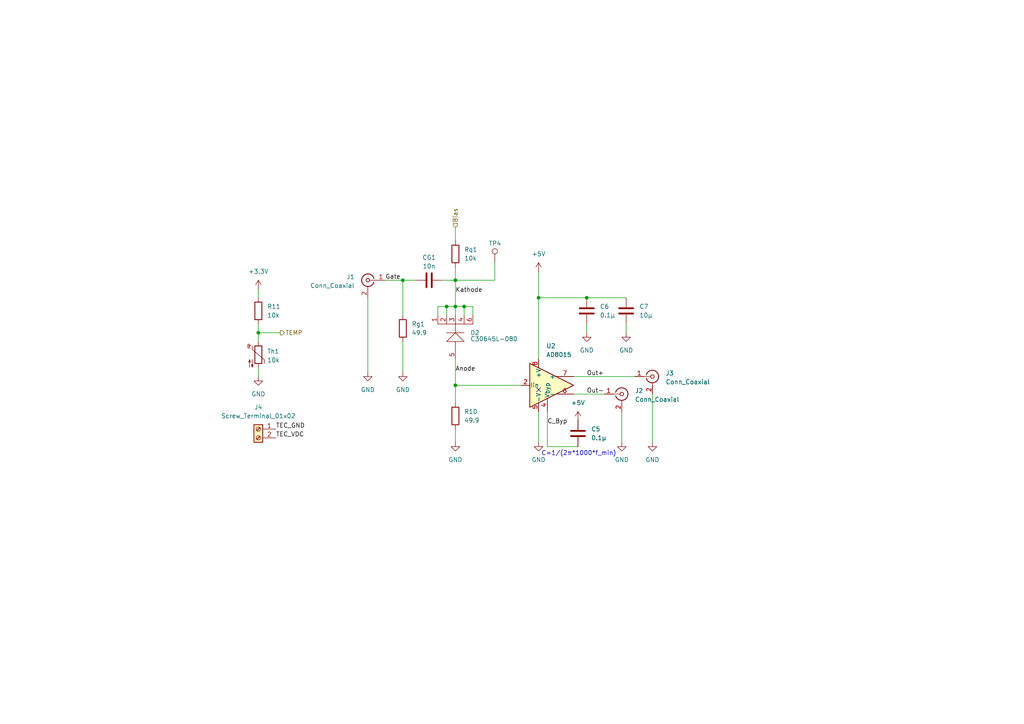
<source format=kicad_sch>
(kicad_sch (version 20250114) (generator "eeschema") (generator_version "9.0")
  (paper "A4")
  (lib_symbols
    (symbol "Amplifier_Operational:AD8015" (pin_names (offset 0.127))
      (property "Reference" "U" (at 3.81 6.35 0))
      (property "Value" "AD8015" (at 3.81 -5.08 0))
      (symbol "AD8015_0_1"
        (polyline (pts (xy -5.08 6.35) (xy -5.08 -6.35) (xy 7.62 0) (xy -5.08 6.35)) (stroke (width 0.254)) (fill (type background)))
        (circle (center 2.54 2.54) (radius 0.0001))
      )
      (symbol "AD8015_1_1"
        (pin input line (at -7.62 0 0) (length 2.54) (name "Iin") (number "2"))
        (pin no_connect line (at -5.08 2.54 0) (length 2.54) (hide yes) (name "NC") (number "1"))
        (pin no_connect line (at -5.08 -2.54 0) (length 2.54) (hide yes) (name "NC") (number "3"))
        (pin power_in line (at -2.54 7.62 270) (length 2.54) (name "+V") (number "8"))
        (pin power_in line (at -2.54 -7.62 90) (length 2.54) (name "-V") (number "5"))
        (pin input line (at 0 -7.62 90) (length 3.81) (name "Vbyp") (number "4"))
        (pin output line (at 7.62 2.54 180) (length 5.08) (name "+") (number "7"))
        (pin output line (at 7.62 -2.54 180) (length 5.08) (name "-") (number "6"))
      )
    )
    (symbol "Connector:Conn_Coaxial" (pin_names (offset 1.016) (hide yes))
      (property "Reference" "J" (at 0.254 3.048 0))
      (property "Value" "Conn_Coaxial" (at 2.921 0 90))
      (symbol "Conn_Coaxial_0_1"
        (polyline (pts (xy -2.54 0) (xy -0.508 0)))
        (arc (start 1.778 0) (mid 0.222 -1.8079) (end -1.778 -0.508) (stroke (width 0.254)))
        (arc (start -1.778 0.508) (mid 0.2221 1.8084) (end 1.778 0) (stroke (width 0.254)))
        (circle (center 0 0) (radius 0.508) (stroke (width 0.2032)))
        (polyline (pts (xy 0 -2.54) (xy 0 -1.778)))
      )
      (symbol "Conn_Coaxial_1_1"
        (pin passive line (at -5.08 0 0) (length 2.54) (name "In") (number "1"))
        (pin passive line (at 0 -5.08 90) (length 2.54) (name "Ext") (number "2"))
      )
    )
    (symbol "Connector:Screw_Terminal_01x02" (pin_names (offset 1.016) (hide yes))
      (property "Reference" "J" (at 0 2.54 0))
      (property "Value" "Screw_Terminal_01x02" (at 0 -5.08 0))
      (symbol "Screw_Terminal_01x02_1_1"
        (rectangle (start -1.27 1.27) (end 1.27 -3.81) (stroke (width 0.254)) (fill (type background)))
        (polyline (pts (xy -0.5334 0.3302) (xy 0.3302 -0.508)) (stroke (width 0.1524)))
        (polyline (pts (xy -0.5334 -2.2098) (xy 0.3302 -3.048)) (stroke (width 0.1524)))
        (polyline (pts (xy -0.3556 0.508) (xy 0.508 -0.3302)) (stroke (width 0.1524)))
        (polyline (pts (xy -0.3556 -2.032) (xy 0.508 -2.8702)) (stroke (width 0.1524)))
        (circle (center 0 0) (radius 0.635) (stroke (width 0.1524)))
        (circle (center 0 -2.54) (radius 0.635) (stroke (width 0.1524)))
        (pin passive line (at -5.08 0 0) (length 3.81) (name "Pin_1") (number "1"))
        (pin passive line (at -5.08 -2.54 0) (length 3.81) (name "Pin_2") (number "2"))
      )
    )
    (symbol "Connector:TestPoint" (pin_numbers (hide yes)) (pin_names (offset 0.762) (hide yes))
      (property "Reference" "TP" (at 0 6.858 0))
      (property "Value" "TestPoint" (at 0 5.08 0))
      (symbol "TestPoint_0_1"
        (circle (center 0 3.302) (radius 0.762))
      )
      (symbol "TestPoint_1_1"
        (pin passive line (at 0 0 90) (length 2.54) (name "1") (number "1"))
      )
    )
    (symbol "Device:C" (pin_numbers (hide yes)) (pin_names (offset 0.254))
      (property "Reference" "C" (at 0.635 2.54 0))
      (property "Value" "C" (at 0.635 -2.54 0))
      (symbol "C_0_1"
        (polyline (pts (xy -2.032 0.762) (xy 2.032 0.762)) (stroke (width 0.508)))
        (polyline (pts (xy -2.032 -0.762) (xy 2.032 -0.762)) (stroke (width 0.508)))
      )
      (symbol "C_1_1"
        (pin passive line (at 0 3.81 270) (length 2.794) (name "~") (number "1"))
        (pin passive line (at 0 -3.81 90) (length 2.794) (name "~") (number "2"))
      )
    )
    (symbol "Device:R" (pin_numbers (hide yes)) (pin_names (offset 0))
      (property "Reference" "R" (at 2.032 0 90))
      (property "Value" "R" (at 0 0 90))
      (symbol "R_0_1"
        (rectangle (start -1.016 -2.54) (end 1.016 2.54) (stroke (width 0.254)))
      )
      (symbol "R_1_1"
        (pin passive line (at 0 3.81 270) (length 1.27) (name "~") (number "1"))
        (pin passive line (at 0 -3.81 90) (length 1.27) (name "~") (number "2"))
      )
    )
    (symbol "Device:Thermistor_NTC" (pin_numbers (hide yes)) (pin_names (offset 0))
      (property "Reference" "TH" (at -4.445 0 90))
      (property "Value" "Thermistor_NTC" (at 3.175 0 90))
      (symbol "Thermistor_NTC_0_1"
        (arc (start -3.175 2.413) (mid -3.0506 2.3165) (end -3.048 2.159))
        (arc (start -3.048 2.794) (mid -2.9736 2.9736) (end -2.794 3.048))
        (arc (start -2.794 3.048) (mid -2.6144 2.9736) (end -2.54 2.794))
        (arc (start -2.794 2.54) (mid -2.9736 2.6144) (end -3.048 2.794))
        (arc (start -2.794 1.905) (mid -2.9736 1.9794) (end -3.048 2.159))
        (arc (start -2.54 2.159) (mid -2.6144 1.9794) (end -2.794 1.905))
        (arc (start -2.159 2.794) (mid -2.434 2.5608) (end -2.794 2.54))
        (polyline (pts (xy -2.54 2.159) (xy -2.54 2.794)))
        (polyline (pts (xy -2.54 -3.683) (xy -2.54 -1.397) (xy -2.794 -2.159) (xy -2.286 -2.159) (xy -2.54 -1.397) (xy -2.54 -1.651)) (fill (type outline)))
        (polyline (pts (xy -1.778 2.54) (xy -1.778 1.524) (xy 1.778 -1.524) (xy 1.778 -2.54)))
        (polyline (pts (xy -1.778 -1.397) (xy -1.778 -3.683) (xy -2.032 -2.921) (xy -1.524 -2.921) (xy -1.778 -3.683) (xy -1.778 -3.429)) (fill (type outline)))
        (rectangle (start -1.016 2.54) (end 1.016 -2.54) (stroke (width 0.254)))
      )
      (symbol "Thermistor_NTC_1_1"
        (pin passive line (at 0 3.81 270) (length 1.27) (name "~") (number "1"))
        (pin passive line (at 0 -3.81 90) (length 1.27) (name "~") (number "2"))
      )
    )
    (symbol "SPAD:C30645L-080"
      (property "Reference" "D" (at 9.144 -10.16 0))
      (symbol "C30645L-080_0_1"
        (polyline (pts (xy 5.08 -6.35) (xy 5.08 -8.89) (xy 2.54 -8.89) (xy 7.62 -8.89) (xy 5.08 -8.89) (xy 2.54 -11.43) (xy 7.62 -11.43) (xy 5.08 -8.89) (xy 3.81 -8.89)))
        (polyline (pts (xy 5.08 -11.43) (xy 5.08 -13.97)))
        (polyline (pts (xy 10.16 -6.35) (xy 0 -6.35)))
      )
      (symbol "C30645L-080_1_1"
        (pin input line (at 0 -3.81 270) (length 2.54) (name "") (number "1"))
        (pin input line (at 2.54 -3.81 270) (length 2.54) (name "") (number "2"))
        (pin input line (at 5.08 -3.81 270) (length 2.54) (name "") (number "3"))
        (pin output line (at 5.08 -16.51 90) (length 2.54) (name "") (number "5"))
        (pin input line (at 7.62 -3.81 270) (length 2.54) (name "") (number "4"))
        (pin input line (at 10.16 -3.81 270) (length 2.54) (name "") (number "6"))
      )
    )
    (symbol "power:+3.3V" (power) (pin_numbers (hide yes)) (pin_names (offset 0) (hide yes))
      (property "Value" "+3.3V" (at 0 3.556 0))
      (symbol "+3.3V_0_1"
        (polyline (pts (xy -0.762 1.27) (xy 0 2.54)))
        (polyline (pts (xy 0 2.54) (xy 0.762 1.27)))
        (polyline (pts (xy 0 0) (xy 0 2.54)))
      )
      (symbol "+3.3V_1_1"
        (pin power_in line (at 0 0 90) (length 0) (name "~") (number "1"))
      )
    )
    (symbol "power:+5V" (power) (pin_numbers (hide yes)) (pin_names (offset 0) (hide yes))
      (property "Value" "+5V" (at 0 3.556 0))
      (symbol "+5V_0_1"
        (polyline (pts (xy -0.762 1.27) (xy 0 2.54)))
        (polyline (pts (xy 0 2.54) (xy 0.762 1.27)))
        (polyline (pts (xy 0 0) (xy 0 2.54)))
      )
      (symbol "+5V_1_1"
        (pin power_in line (at 0 0 90) (length 0) (name "~") (number "1"))
      )
    )
    (symbol "power:GND" (power) (pin_numbers (hide yes)) (pin_names (offset 0) (hide yes))
      (property "Value" "GND" (at 0 -3.81 0))
      (symbol "GND_0_1"
        (polyline (pts (xy 0 0) (xy 0 -1.27) (xy 1.27 -1.27) (xy 0 -2.54) (xy -1.27 -1.27) (xy 0 -1.27)))
      )
      (symbol "GND_1_1"
        (pin power_in line (at 0 0 270) (length 0) (name "~") (number "1"))
      )
    )
  )
  (text "C=1/(2π*1000*f_min)\n" (at 167.894 131.572 0) (effects (font (size 1.27 1.27))))
  (junction (at 132.08 81.28))
  (junction (at 156.21 86.36))
  (junction (at 74.93 96.52))
  (junction (at 132.08 111.76))
  (junction (at 170.18 86.36))
  (junction (at 132.08 88.9))
  (junction (at 129.54 88.9))
  (junction (at 134.62 88.9))
  (junction (at 116.84 81.28))
  (no_connect (at 156.21 113.03))
  (wire (pts (xy 134.62 88.9) (xy 137.16 88.9)))
  (wire (pts (xy 116.84 81.28) (xy 116.84 91.44)))
  (wire (pts (xy 132.08 81.28) (xy 143.51 81.28)))
  (wire (pts (xy 170.18 86.36) (xy 156.21 86.36)))
  (wire (pts (xy 167.64 129.54) (xy 158.75 129.54)))
  (wire (pts (xy 74.93 83.82) (xy 74.93 86.36)))
  (wire (pts (xy 170.18 93.98) (xy 170.18 96.52)))
  (wire (pts (xy 132.08 77.47) (xy 132.08 81.28)))
  (wire (pts (xy 158.75 119.38) (xy 158.75 129.54)))
  (wire (pts (xy 116.84 81.28) (xy 120.65 81.28)))
  (wire (pts (xy 156.21 86.36) (xy 156.21 104.14)))
  (wire (pts (xy 132.08 88.9) (xy 129.54 88.9)))
  (wire (pts (xy 74.93 96.52) (xy 74.93 99.06)))
  (wire (pts (xy 129.54 88.9) (xy 129.54 91.44)))
  (wire (pts (xy 132.08 88.9) (xy 132.08 91.44)))
  (wire (pts (xy 189.23 114.3) (xy 189.23 128.27)))
  (wire (pts (xy 166.37 109.22) (xy 184.15 109.22)))
  (wire (pts (xy 181.61 93.98) (xy 181.61 96.52)))
  (wire (pts (xy 74.93 96.52) (xy 81.28 96.52)))
  (wire (pts (xy 132.08 111.76) (xy 151.13 111.76)))
  (wire (pts (xy 180.34 119.38) (xy 180.34 128.27)))
  (wire (pts (xy 132.08 88.9) (xy 134.62 88.9)))
  (wire (pts (xy 143.51 81.28) (xy 143.51 76.2)))
  (wire (pts (xy 127 88.9) (xy 127 91.44)))
  (wire (pts (xy 156.21 78.74) (xy 156.21 86.36)))
  (wire (pts (xy 156.21 119.38) (xy 156.21 128.27)))
  (wire (pts (xy 129.54 88.9) (xy 127 88.9)))
  (wire (pts (xy 132.08 66.04) (xy 132.08 69.85)))
  (wire (pts (xy 134.62 88.9) (xy 134.62 91.44)))
  (wire (pts (xy 137.16 88.9) (xy 137.16 91.44)))
  (wire (pts (xy 116.84 99.06) (xy 116.84 107.95)))
  (wire (pts (xy 74.93 93.98) (xy 74.93 96.52)))
  (wire (pts (xy 132.08 124.46) (xy 132.08 128.27)))
  (wire (pts (xy 132.08 81.28) (xy 132.08 88.9)))
  (wire (pts (xy 132.08 111.76) (xy 132.08 116.84)))
  (wire (pts (xy 111.76 81.28) (xy 116.84 81.28)))
  (wire (pts (xy 74.93 106.68) (xy 74.93 109.22)))
  (wire (pts (xy 132.08 104.14) (xy 132.08 111.76)))
  (wire (pts (xy 170.18 86.36) (xy 181.61 86.36)))
  (wire (pts (xy 128.27 81.28) (xy 132.08 81.28)))
  (wire (pts (xy 166.37 114.3) (xy 175.26 114.3)))
  (wire (pts (xy 106.68 86.36) (xy 106.68 107.95)))
  (label "Out-" (at 170.18 114.3 0))
  (label "TEC_VDC" (at 80.01 127 0))
  (label "TEC_GND" (at 80.01 124.46 0))
  (label "C_Byp" (at 158.75 123.19 0))
  (label "Out+" (at 170.18 109.22 0))
  (label "Anode" (at 132.08 107.95 0))
  (label "Kathode" (at 132.08 85.09 0))
  (label "Gate" (at 111.76 81.28 0))
  (hierarchical_label "TEMP" (shape output) (at 81.28 96.52 0))
  (hierarchical_label "Bias" (shape input) (at 132.08 66.04 90))
  (symbol (lib_id "Device:C") (at 167.64 125.73 0) (unit 1)
    (property "Reference" "C5" (at 171.45 124.4599 0) (effects (justify left)))
    (property "Value" "0.1µ" (at 171.45 126.9999 0) (effects (justify left)))
    (property "Footprint" "Capacitor_SMD:C_0805_2012Metric" (effects (hide yes)))
    (property "Description" "Unpolarized capacitor" (effects (hide yes)))
  )
  (symbol (lib_id "power:GND") (at 189.23 128.27 0) (mirror y) (unit 1)
    (property "Reference" "#PWR012" (effects (hide yes)))
    (property "Value" "GND" (at 189.23 133.35 0))
    (property "Description" "Power symbol creates a global label with name \"GND\" , ground" (effects (hide yes)))
  )
  (symbol (lib_id "power:GND") (at 170.18 96.52 0) (unit 1)
    (property "Reference" "#PWR026" (effects (hide yes)))
    (property "Value" "GND" (at 170.18 101.6 0))
    (property "Description" "Power symbol creates a global label with name \"GND\" , ground" (effects (hide yes)))
  )
  (symbol (lib_id "power:GND") (at 74.93 109.22 0) (unit 1)
    (property "Reference" "#PWR018" (effects (hide yes)))
    (property "Value" "GND" (at 74.93 114.3 0))
    (property "Description" "Power symbol creates a global label with name \"GND\" , ground" (effects (hide yes)))
  )
  (symbol (lib_id "power:+5V") (at 167.64 121.92 0) (unit 1)
    (property "Reference" "#PWR020" (effects (hide yes)))
    (property "Value" "+5V" (at 167.64 116.84 0))
    (property "Description" "Power symbol creates a global label with name \"+5V\"" (effects (hide yes)))
  )
  (symbol (lib_id "Connector:TestPoint") (at 143.51 76.2 0) (unit 1)
    (property "Reference" "TP4" (at 141.732 70.612 0) (effects (justify left)))
    (property "Value" "TestPoint" (effects (hide yes)))
    (property "Footprint" "0_OpenSPD:TestPoint_Keystone_5019_Minature" (effects (hide yes)))
    (property "Description" "test point" (effects (hide yes)))
    (property "DigiKey Part Number" "36-5019TR-ND" (effects (hide yes)))
  )
  (symbol (lib_id "power:GND") (at 132.08 128.27 0) (unit 1)
    (property "Reference" "#PWR011" (effects (hide yes)))
    (property "Value" "GND" (at 132.08 133.35 0))
    (property "Description" "Power symbol creates a global label with name \"GND\" , ground" (effects (hide yes)))
  )
  (symbol (lib_id "power:GND") (at 180.34 128.27 0) (mirror y) (unit 1)
    (property "Reference" "#PWR015" (effects (hide yes)))
    (property "Value" "GND" (at 180.34 133.35 0))
    (property "Description" "Power symbol creates a global label with name \"GND\" , ground" (effects (hide yes)))
  )
  (symbol (lib_id "SPAD:C30645L-080") (at 127 87.63 0) (unit 1)
    (property "Reference" "D2" (at 136.398 96.52 0) (effects (justify left)))
    (property "Value" "C30645L-080" (at 136.398 98.298 0) (effects (justify left)))
    (property "Footprint" "0_OpenSPD:C30645L-080" (effects (hide yes)))
    (property "Datasheet" "https://www.excelitas.com/file-download/download/public/82426?filename=Excelitas_C30645L-080_Large-Area_InGaAs_APD_Datasheet_.pdf" (effects (hide yes)))
    (property "DigiKey Part Number" "1601-C30645L-080-ND" (effects (hide yes)))
  )
  (symbol (lib_id "Device:R") (at 132.08 120.65 0) (unit 1)
    (property "Reference" "R10" (at 134.62 119.3799 0) (effects (justify left)))
    (property "Value" "49.9" (at 134.62 121.9199 0) (effects (justify left)))
    (property "Footprint" "0_OpenSPD:0805_2012_Vishay" (effects (hide yes)))
    (property "Description" "Resistor" (effects (hide yes)))
  )
  (symbol (lib_id "power:GND") (at 106.68 107.95 0) (unit 1)
    (property "Reference" "#PWR017" (effects (hide yes)))
    (property "Value" "GND" (at 106.68 113.03 0))
    (property "Description" "Power symbol creates a global label with name \"GND\" , ground" (effects (hide yes)))
  )
  (symbol (lib_id "Device:C") (at 124.46 81.28 90) (unit 1)
    (property "Reference" "CG1" (at 124.46 74.676 90))
    (property "Value" "10n" (at 124.46 77.216 90))
    (property "Footprint" "Capacitor_SMD:C_0805_2012Metric" (effects (hide yes)))
    (property "Description" "Unpolarized capacitor" (effects (hide yes)))
  )
  (symbol (lib_id "Device:R") (at 74.93 90.17 0) (unit 1)
    (property "Reference" "R11" (at 77.47 88.8999 0) (effects (justify left)))
    (property "Value" "10k" (at 77.47 91.4399 0) (effects (justify left)))
    (property "Footprint" "0_OpenSPD:0805_2012_Vishay" (effects (hide yes)))
    (property "Description" "Resistor" (effects (hide yes)))
  )
  (symbol (lib_id "Connector:Conn_Coaxial") (at 106.68 81.28 0) (mirror y) (unit 1)
    (property "Reference" "J1" (at 102.87 80.3031 0) (effects (justify left)))
    (property "Value" "Conn_Coaxial" (at 102.87 82.8431 0) (effects (justify left)))
    (property "Footprint" "Connector_Coaxial:SMA_Molex_73251-1153_EdgeMount_Horizontal" (effects (hide yes)))
    (property "Description" "coaxial connector (BNC, SMA, SMB, SMC, Cinch/RCA, LEMO, ...)" (effects (hide yes)))
    (property "DigiKey Part Number" "900-0732511153-ND" (effects (hide yes)))
  )
  (symbol (lib_id "Device:C") (at 181.61 90.17 0) (unit 1)
    (property "Reference" "C7" (at 185.42 88.8999 0) (effects (justify left)))
    (property "Value" "10µ" (at 185.42 91.4399 0) (effects (justify left)))
    (property "Footprint" "Capacitor_SMD:C_0805_2012Metric" (effects (hide yes)))
    (property "Description" "Unpolarized capacitor" (effects (hide yes)))
  )
  (symbol (lib_id "Device:C") (at 170.18 90.17 0) (unit 1)
    (property "Reference" "C6" (at 173.99 88.8999 0) (effects (justify left)))
    (property "Value" "0.1µ" (at 173.99 91.4399 0) (effects (justify left)))
    (property "Footprint" "Capacitor_SMD:C_0805_2012Metric" (effects (hide yes)))
    (property "Description" "Unpolarized capacitor" (effects (hide yes)))
  )
  (symbol (lib_id "power:+5V") (at 156.21 78.74 0) (unit 1)
    (property "Reference" "#PWR013" (effects (hide yes)))
    (property "Value" "+5V" (at 156.21 73.66 0))
    (property "Description" "Power symbol creates a global label with name \"+5V\"" (effects (hide yes)))
  )
  (symbol (lib_id "Device:Thermistor_NTC") (at 74.93 102.87 0) (unit 1)
    (property "Reference" "Th1" (at 77.47 101.9174 0) (effects (justify left)))
    (property "Value" "10k" (at 77.47 104.4574 0) (effects (justify left)))
    (property "Footprint" "Resistor_SMD:R_0603_1608Metric" (effects (hide yes)))
    (property "Description" "Temperature dependent resistor, negative temperature coefficient" (effects (hide yes)))
  )
  (symbol (lib_id "power:GND") (at 116.84 107.95 0) (unit 1)
    (property "Reference" "#PWR019" (effects (hide yes)))
    (property "Value" "GND" (at 116.84 113.03 0))
    (property "Description" "Power symbol creates a global label with name \"GND\" , ground" (effects (hide yes)))
  )
  (symbol (lib_id "Amplifier_Operational:AD8015") (at 158.75 111.76 0) (unit 1)
    (property "Reference" "U2" (at 158.4041 100.33 0) (effects (justify left)))
    (property "Value" "AD8015" (at 158.4041 102.87 0) (effects (justify left)))
    (property "Footprint" "Package_SO:SOIC-8_3.9x4.9mm_P1.27mm" (effects (hide yes)))
    (property "Datasheet" "https://www.analog.com/media/en/technical-documentation/data-sheets/AD8015.pdf" (effects (hide yes)))
    (property "Description" "Wideband/Differential Output Transimpedance Amplifier, SOIC-8" (effects (hide yes)))
    (property "DigiKey Part Number" "505-AD8015ARZ-ND" (effects (hide yes)))
  )
  (symbol (lib_id "Connector:Conn_Coaxial") (at 189.23 109.22 0) (unit 1)
    (property "Reference" "J3" (at 193.04 108.2431 0) (effects (justify left)))
    (property "Value" "Conn_Coaxial" (at 193.04 110.7831 0) (effects (justify left)))
    (property "Footprint" "Connector_Coaxial:SMA_Molex_73251-1153_EdgeMount_Horizontal" (effects (hide yes)))
    (property "Description" "coaxial connector (BNC, SMA, SMB, SMC, Cinch/RCA, LEMO, ...)" (effects (hide yes)))
    (property "DigiKey Part Number" "900-0732511153-ND" (effects (hide yes)))
  )
  (symbol (lib_id "Connector:Screw_Terminal_01x02") (at 74.93 124.46 0) (mirror y) (unit 1)
    (property "Reference" "J4" (at 74.93 118.11 0))
    (property "Value" "Screw_Terminal_01x02" (at 74.93 120.65 0))
    (property "Footprint" "TerminalBlock_Phoenix:TerminalBlock_Phoenix_PT-1,5-2-5.0-H_1x02_P5.00mm_Horizontal" (effects (hide yes)))
    (property "Description" "Generic screw terminal, single row, 01x02, script generated (kicad-library-utils/schlib/autogen/connector/)" (effects (hide yes)))
    (property "DigiKey Part Number" "277-16667-ND" (effects (hide yes)))
  )
  (symbol (lib_id "power:GND") (at 181.61 96.52 0) (unit 1)
    (property "Reference" "#PWR029" (effects (hide yes)))
    (property "Value" "GND" (at 181.61 101.6 0))
    (property "Description" "Power symbol creates a global label with name \"GND\" , ground" (effects (hide yes)))
  )
  (symbol (lib_id "power:GND") (at 156.21 128.27 0) (unit 1)
    (property "Reference" "#PWR014" (effects (hide yes)))
    (property "Value" "GND" (at 156.21 133.35 0))
    (property "Description" "Power symbol creates a global label with name \"GND\" , ground" (effects (hide yes)))
  )
  (symbol (lib_id "Device:R") (at 116.84 95.25 0) (unit 1)
    (property "Reference" "Rg1" (at 119.38 93.9799 0) (effects (justify left)))
    (property "Value" "49.9" (at 119.38 96.5199 0) (effects (justify left)))
    (property "Footprint" "0_OpenSPD:0805_2012_Vishay" (effects (hide yes)))
    (property "Description" "Resistor" (effects (hide yes)))
  )
  (symbol (lib_id "Connector:Conn_Coaxial") (at 180.34 114.3 0) (unit 1)
    (property "Reference" "J2" (at 184.15 113.3231 0) (effects (justify left)))
    (property "Value" "Conn_Coaxial" (at 184.15 115.8631 0) (effects (justify left)))
    (property "Footprint" "Connector_Coaxial:SMA_Molex_73251-1153_EdgeMount_Horizontal" (effects (hide yes)))
    (property "Description" "coaxial connector (BNC, SMA, SMB, SMC, Cinch/RCA, LEMO, ...)" (effects (hide yes)))
    (property "DigiKey Part Number" "900-0732511153-ND" (effects (hide yes)))
  )
  (symbol (lib_id "power:+3.3V") (at 74.93 83.82 0) (unit 1)
    (property "Reference" "#PWR025" (effects (hide yes)))
    (property "Value" "+3.3V" (at 74.93 78.74 0))
    (property "Description" "Power symbol creates a global label with name \"+3.3V\"" (effects (hide yes)))
  )
  (symbol (lib_id "Device:R") (at 132.08 73.66 0) (unit 1)
    (property "Reference" "Rq1" (at 134.62 72.3899 0) (effects (justify left)))
    (property "Value" "10k" (at 134.62 74.9299 0) (effects (justify left)))
    (property "Footprint" "0_OpenSPD:0805_2012_Vishay" (effects (hide yes)))
    (property "Description" "Resistor" (effects (hide yes)))
  )
)
</source>
